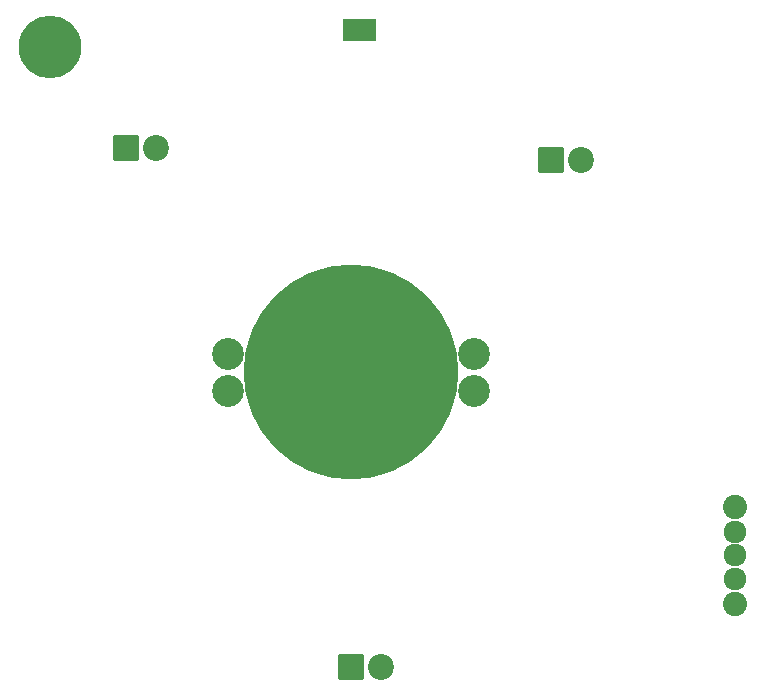
<source format=gbs>
%TF.GenerationSoftware,KiCad,Pcbnew,7.0.2*%
%TF.CreationDate,2023-06-01T22:40:15-04:00*%
%TF.ProjectId,sectr-soldering-kit,73656374-722d-4736-9f6c-646572696e67,rev?*%
%TF.SameCoordinates,Original*%
%TF.FileFunction,Soldermask,Bot*%
%TF.FilePolarity,Negative*%
%FSLAX46Y46*%
G04 Gerber Fmt 4.6, Leading zero omitted, Abs format (unit mm)*
G04 Created by KiCad (PCBNEW 7.0.2) date 2023-06-01 22:40:15*
%MOMM*%
%LPD*%
G01*
G04 APERTURE LIST*
G04 Aperture macros list*
%AMRoundRect*
0 Rectangle with rounded corners*
0 $1 Rounding radius*
0 $2 $3 $4 $5 $6 $7 $8 $9 X,Y pos of 4 corners*
0 Add a 4 corners polygon primitive as box body*
4,1,4,$2,$3,$4,$5,$6,$7,$8,$9,$2,$3,0*
0 Add four circle primitives for the rounded corners*
1,1,$1+$1,$2,$3*
1,1,$1+$1,$4,$5*
1,1,$1+$1,$6,$7*
1,1,$1+$1,$8,$9*
0 Add four rect primitives between the rounded corners*
20,1,$1+$1,$2,$3,$4,$5,0*
20,1,$1+$1,$4,$5,$6,$7,0*
20,1,$1+$1,$6,$7,$8,$9,0*
20,1,$1+$1,$8,$9,$2,$3,0*%
%AMFreePoly0*
4,1,23,0.586777,0.930194,0.656366,0.874698,0.666410,0.860940,1.166410,0.110940,1.198065,0.027751,1.190491,-0.060935,1.166410,-0.110940,0.666410,-0.860940,0.601795,-0.922156,0.517019,-0.949275,0.500000,-0.950000,-0.500000,-0.950000,-0.586777,-0.930194,-0.656366,-0.874698,-0.694986,-0.794504,-0.700000,-0.750000,-0.700000,0.750000,-0.680194,0.836777,-0.624698,0.906366,-0.544504,0.944986,
-0.500000,0.950000,0.500000,0.950000,0.586777,0.930194,0.586777,0.930194,$1*%
%AMFreePoly1*
4,1,24,0.586777,0.930194,0.656366,0.874698,0.694986,0.794504,0.700000,0.750000,0.700000,-0.750000,0.680194,-0.836777,0.624698,-0.906366,0.544504,-0.944986,0.500000,-0.950000,-0.650000,-0.950000,-0.736777,-0.930194,-0.806366,-0.874698,-0.844986,-0.794504,-0.844986,-0.705496,-0.816410,-0.639060,-0.390370,0.000000,-0.816410,0.639060,-0.848065,0.722249,-0.840491,0.810935,-0.795188,0.887551,
-0.721129,0.936924,-0.650000,0.950000,0.500000,0.950000,0.586777,0.930194,0.586777,0.930194,$1*%
G04 Aperture macros list end*
%ADD10C,5.300000*%
%ADD11C,2.050000*%
%ADD12C,1.924000*%
%ADD13C,18.200000*%
%ADD14C,2.700000*%
%ADD15FreePoly0,180.000000*%
%ADD16FreePoly1,180.000000*%
%ADD17RoundRect,0.200000X-0.900000X-0.900000X0.900000X-0.900000X0.900000X0.900000X-0.900000X0.900000X0*%
%ADD18C,2.200000*%
G04 APERTURE END LIST*
D10*
%TO.C,REF\u002A\u002A*%
X119000000Y-43000000D03*
%TD*%
D11*
%TO.C,U1*%
X177000000Y-90100000D03*
X177000000Y-81900000D03*
D12*
X177000000Y-88000000D03*
X177000000Y-86000000D03*
X177000000Y-84000000D03*
%TD*%
D13*
%TO.C,BT2*%
X144500000Y-70500000D03*
D14*
X154900000Y-69000000D03*
X154900000Y-72100000D03*
X134100000Y-72100000D03*
X134100000Y-69000000D03*
%TD*%
D15*
%TO.C,JP1*%
X146000000Y-41500000D03*
D16*
X144550000Y-41500000D03*
%TD*%
D17*
%TO.C,D2*%
X161460000Y-52500000D03*
D18*
X164000000Y-52500000D03*
%TD*%
D17*
%TO.C,D3*%
X144500000Y-95500000D03*
D18*
X147040000Y-95500000D03*
%TD*%
D17*
%TO.C,D1*%
X125460000Y-51500000D03*
D18*
X128000000Y-51500000D03*
%TD*%
M02*

</source>
